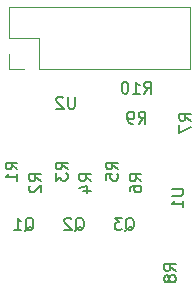
<source format=gbo>
G04 #@! TF.GenerationSoftware,KiCad,Pcbnew,(5.1.7)-1*
G04 #@! TF.CreationDate,2022-03-16T13:26:47+01:00*
G04 #@! TF.ProjectId,bluetooth-board,626c7565-746f-46f7-9468-2d626f617264,rev?*
G04 #@! TF.SameCoordinates,Original*
G04 #@! TF.FileFunction,Legend,Bot*
G04 #@! TF.FilePolarity,Positive*
%FSLAX46Y46*%
G04 Gerber Fmt 4.6, Leading zero omitted, Abs format (unit mm)*
G04 Created by KiCad (PCBNEW (5.1.7)-1) date 2022-03-16 13:26:47*
%MOMM*%
%LPD*%
G01*
G04 APERTURE LIST*
%ADD10C,0.120000*%
%ADD11C,0.150000*%
%ADD12C,2.000000*%
%ADD13O,1.700000X1.700000*%
G04 APERTURE END LIST*
D10*
X18770000Y-21080000D02*
X31530000Y-21080000D01*
X31530000Y-21080000D02*
X31530000Y-15880000D01*
X31530000Y-15880000D02*
X16170000Y-15880000D01*
X16170000Y-15880000D02*
X16170000Y-18480000D01*
X16170000Y-18480000D02*
X18770000Y-18480000D01*
X18770000Y-18480000D02*
X18770000Y-21080000D01*
X17500000Y-21080000D02*
X16170000Y-21080000D01*
X16170000Y-21080000D02*
X16170000Y-19810000D01*
D11*
X29952380Y-31238095D02*
X30761904Y-31238095D01*
X30857142Y-31285714D01*
X30904761Y-31333333D01*
X30952380Y-31428571D01*
X30952380Y-31619047D01*
X30904761Y-31714285D01*
X30857142Y-31761904D01*
X30761904Y-31809523D01*
X29952380Y-31809523D01*
X30952380Y-32809523D02*
X30952380Y-32238095D01*
X30952380Y-32523809D02*
X29952380Y-32523809D01*
X30095238Y-32428571D01*
X30190476Y-32333333D01*
X30238095Y-32238095D01*
X21761904Y-23452380D02*
X21761904Y-24261904D01*
X21714285Y-24357142D01*
X21666666Y-24404761D01*
X21571428Y-24452380D01*
X21380952Y-24452380D01*
X21285714Y-24404761D01*
X21238095Y-24357142D01*
X21190476Y-24261904D01*
X21190476Y-23452380D01*
X20761904Y-23547619D02*
X20714285Y-23500000D01*
X20619047Y-23452380D01*
X20380952Y-23452380D01*
X20285714Y-23500000D01*
X20238095Y-23547619D01*
X20190476Y-23642857D01*
X20190476Y-23738095D01*
X20238095Y-23880952D01*
X20809523Y-24452380D01*
X20190476Y-24452380D01*
X27166666Y-25722380D02*
X27500000Y-25246190D01*
X27738095Y-25722380D02*
X27738095Y-24722380D01*
X27357142Y-24722380D01*
X27261904Y-24770000D01*
X27214285Y-24817619D01*
X27166666Y-24912857D01*
X27166666Y-25055714D01*
X27214285Y-25150952D01*
X27261904Y-25198571D01*
X27357142Y-25246190D01*
X27738095Y-25246190D01*
X26690476Y-25722380D02*
X26500000Y-25722380D01*
X26404761Y-25674761D01*
X26357142Y-25627142D01*
X26261904Y-25484285D01*
X26214285Y-25293809D01*
X26214285Y-24912857D01*
X26261904Y-24817619D01*
X26309523Y-24770000D01*
X26404761Y-24722380D01*
X26595238Y-24722380D01*
X26690476Y-24770000D01*
X26738095Y-24817619D01*
X26785714Y-24912857D01*
X26785714Y-25150952D01*
X26738095Y-25246190D01*
X26690476Y-25293809D01*
X26595238Y-25341428D01*
X26404761Y-25341428D01*
X26309523Y-25293809D01*
X26261904Y-25246190D01*
X26214285Y-25150952D01*
X30312380Y-38193333D02*
X29836190Y-37860000D01*
X30312380Y-37621904D02*
X29312380Y-37621904D01*
X29312380Y-38002857D01*
X29360000Y-38098095D01*
X29407619Y-38145714D01*
X29502857Y-38193333D01*
X29645714Y-38193333D01*
X29740952Y-38145714D01*
X29788571Y-38098095D01*
X29836190Y-38002857D01*
X29836190Y-37621904D01*
X29740952Y-38764761D02*
X29693333Y-38669523D01*
X29645714Y-38621904D01*
X29550476Y-38574285D01*
X29502857Y-38574285D01*
X29407619Y-38621904D01*
X29360000Y-38669523D01*
X29312380Y-38764761D01*
X29312380Y-38955238D01*
X29360000Y-39050476D01*
X29407619Y-39098095D01*
X29502857Y-39145714D01*
X29550476Y-39145714D01*
X29645714Y-39098095D01*
X29693333Y-39050476D01*
X29740952Y-38955238D01*
X29740952Y-38764761D01*
X29788571Y-38669523D01*
X29836190Y-38621904D01*
X29931428Y-38574285D01*
X30121904Y-38574285D01*
X30217142Y-38621904D01*
X30264761Y-38669523D01*
X30312380Y-38764761D01*
X30312380Y-38955238D01*
X30264761Y-39050476D01*
X30217142Y-39098095D01*
X30121904Y-39145714D01*
X29931428Y-39145714D01*
X29836190Y-39098095D01*
X29788571Y-39050476D01*
X29740952Y-38955238D01*
X31592380Y-25473333D02*
X31116190Y-25140000D01*
X31592380Y-24901904D02*
X30592380Y-24901904D01*
X30592380Y-25282857D01*
X30640000Y-25378095D01*
X30687619Y-25425714D01*
X30782857Y-25473333D01*
X30925714Y-25473333D01*
X31020952Y-25425714D01*
X31068571Y-25378095D01*
X31116190Y-25282857D01*
X31116190Y-24901904D01*
X30592380Y-25806666D02*
X30592380Y-26473333D01*
X31592380Y-26044761D01*
X27642857Y-23182380D02*
X27976190Y-22706190D01*
X28214285Y-23182380D02*
X28214285Y-22182380D01*
X27833333Y-22182380D01*
X27738095Y-22230000D01*
X27690476Y-22277619D01*
X27642857Y-22372857D01*
X27642857Y-22515714D01*
X27690476Y-22610952D01*
X27738095Y-22658571D01*
X27833333Y-22706190D01*
X28214285Y-22706190D01*
X26690476Y-23182380D02*
X27261904Y-23182380D01*
X26976190Y-23182380D02*
X26976190Y-22182380D01*
X27071428Y-22325238D01*
X27166666Y-22420476D01*
X27261904Y-22468095D01*
X26071428Y-22182380D02*
X25976190Y-22182380D01*
X25880952Y-22230000D01*
X25833333Y-22277619D01*
X25785714Y-22372857D01*
X25738095Y-22563333D01*
X25738095Y-22801428D01*
X25785714Y-22991904D01*
X25833333Y-23087142D01*
X25880952Y-23134761D01*
X25976190Y-23182380D01*
X26071428Y-23182380D01*
X26166666Y-23134761D01*
X26214285Y-23087142D01*
X26261904Y-22991904D01*
X26309523Y-22801428D01*
X26309523Y-22563333D01*
X26261904Y-22372857D01*
X26214285Y-22277619D01*
X26166666Y-22230000D01*
X26071428Y-22182380D01*
X27402380Y-30583333D02*
X26926190Y-30250000D01*
X27402380Y-30011904D02*
X26402380Y-30011904D01*
X26402380Y-30392857D01*
X26450000Y-30488095D01*
X26497619Y-30535714D01*
X26592857Y-30583333D01*
X26735714Y-30583333D01*
X26830952Y-30535714D01*
X26878571Y-30488095D01*
X26926190Y-30392857D01*
X26926190Y-30011904D01*
X26402380Y-31440476D02*
X26402380Y-31250000D01*
X26450000Y-31154761D01*
X26497619Y-31107142D01*
X26640476Y-31011904D01*
X26830952Y-30964285D01*
X27211904Y-30964285D01*
X27307142Y-31011904D01*
X27354761Y-31059523D01*
X27402380Y-31154761D01*
X27402380Y-31345238D01*
X27354761Y-31440476D01*
X27307142Y-31488095D01*
X27211904Y-31535714D01*
X26973809Y-31535714D01*
X26878571Y-31488095D01*
X26830952Y-31440476D01*
X26783333Y-31345238D01*
X26783333Y-31154761D01*
X26830952Y-31059523D01*
X26878571Y-31011904D01*
X26973809Y-30964285D01*
X25402380Y-29583333D02*
X24926190Y-29250000D01*
X25402380Y-29011904D02*
X24402380Y-29011904D01*
X24402380Y-29392857D01*
X24450000Y-29488095D01*
X24497619Y-29535714D01*
X24592857Y-29583333D01*
X24735714Y-29583333D01*
X24830952Y-29535714D01*
X24878571Y-29488095D01*
X24926190Y-29392857D01*
X24926190Y-29011904D01*
X24402380Y-30488095D02*
X24402380Y-30011904D01*
X24878571Y-29964285D01*
X24830952Y-30011904D01*
X24783333Y-30107142D01*
X24783333Y-30345238D01*
X24830952Y-30440476D01*
X24878571Y-30488095D01*
X24973809Y-30535714D01*
X25211904Y-30535714D01*
X25307142Y-30488095D01*
X25354761Y-30440476D01*
X25402380Y-30345238D01*
X25402380Y-30107142D01*
X25354761Y-30011904D01*
X25307142Y-29964285D01*
X23152380Y-30583333D02*
X22676190Y-30250000D01*
X23152380Y-30011904D02*
X22152380Y-30011904D01*
X22152380Y-30392857D01*
X22200000Y-30488095D01*
X22247619Y-30535714D01*
X22342857Y-30583333D01*
X22485714Y-30583333D01*
X22580952Y-30535714D01*
X22628571Y-30488095D01*
X22676190Y-30392857D01*
X22676190Y-30011904D01*
X22485714Y-31440476D02*
X23152380Y-31440476D01*
X22104761Y-31202380D02*
X22819047Y-30964285D01*
X22819047Y-31583333D01*
X21152380Y-29583333D02*
X20676190Y-29250000D01*
X21152380Y-29011904D02*
X20152380Y-29011904D01*
X20152380Y-29392857D01*
X20200000Y-29488095D01*
X20247619Y-29535714D01*
X20342857Y-29583333D01*
X20485714Y-29583333D01*
X20580952Y-29535714D01*
X20628571Y-29488095D01*
X20676190Y-29392857D01*
X20676190Y-29011904D01*
X20152380Y-29916666D02*
X20152380Y-30535714D01*
X20533333Y-30202380D01*
X20533333Y-30345238D01*
X20580952Y-30440476D01*
X20628571Y-30488095D01*
X20723809Y-30535714D01*
X20961904Y-30535714D01*
X21057142Y-30488095D01*
X21104761Y-30440476D01*
X21152380Y-30345238D01*
X21152380Y-30059523D01*
X21104761Y-29964285D01*
X21057142Y-29916666D01*
X18902380Y-30583333D02*
X18426190Y-30250000D01*
X18902380Y-30011904D02*
X17902380Y-30011904D01*
X17902380Y-30392857D01*
X17950000Y-30488095D01*
X17997619Y-30535714D01*
X18092857Y-30583333D01*
X18235714Y-30583333D01*
X18330952Y-30535714D01*
X18378571Y-30488095D01*
X18426190Y-30392857D01*
X18426190Y-30011904D01*
X17997619Y-30964285D02*
X17950000Y-31011904D01*
X17902380Y-31107142D01*
X17902380Y-31345238D01*
X17950000Y-31440476D01*
X17997619Y-31488095D01*
X18092857Y-31535714D01*
X18188095Y-31535714D01*
X18330952Y-31488095D01*
X18902380Y-30916666D01*
X18902380Y-31535714D01*
X16902380Y-29583333D02*
X16426190Y-29250000D01*
X16902380Y-29011904D02*
X15902380Y-29011904D01*
X15902380Y-29392857D01*
X15950000Y-29488095D01*
X15997619Y-29535714D01*
X16092857Y-29583333D01*
X16235714Y-29583333D01*
X16330952Y-29535714D01*
X16378571Y-29488095D01*
X16426190Y-29392857D01*
X16426190Y-29011904D01*
X16902380Y-30535714D02*
X16902380Y-29964285D01*
X16902380Y-30250000D02*
X15902380Y-30250000D01*
X16045238Y-30154761D01*
X16140476Y-30059523D01*
X16188095Y-29964285D01*
X26045238Y-34797619D02*
X26140476Y-34750000D01*
X26235714Y-34654761D01*
X26378571Y-34511904D01*
X26473809Y-34464285D01*
X26569047Y-34464285D01*
X26521428Y-34702380D02*
X26616666Y-34654761D01*
X26711904Y-34559523D01*
X26759523Y-34369047D01*
X26759523Y-34035714D01*
X26711904Y-33845238D01*
X26616666Y-33750000D01*
X26521428Y-33702380D01*
X26330952Y-33702380D01*
X26235714Y-33750000D01*
X26140476Y-33845238D01*
X26092857Y-34035714D01*
X26092857Y-34369047D01*
X26140476Y-34559523D01*
X26235714Y-34654761D01*
X26330952Y-34702380D01*
X26521428Y-34702380D01*
X25759523Y-33702380D02*
X25140476Y-33702380D01*
X25473809Y-34083333D01*
X25330952Y-34083333D01*
X25235714Y-34130952D01*
X25188095Y-34178571D01*
X25140476Y-34273809D01*
X25140476Y-34511904D01*
X25188095Y-34607142D01*
X25235714Y-34654761D01*
X25330952Y-34702380D01*
X25616666Y-34702380D01*
X25711904Y-34654761D01*
X25759523Y-34607142D01*
X21795238Y-34797619D02*
X21890476Y-34750000D01*
X21985714Y-34654761D01*
X22128571Y-34511904D01*
X22223809Y-34464285D01*
X22319047Y-34464285D01*
X22271428Y-34702380D02*
X22366666Y-34654761D01*
X22461904Y-34559523D01*
X22509523Y-34369047D01*
X22509523Y-34035714D01*
X22461904Y-33845238D01*
X22366666Y-33750000D01*
X22271428Y-33702380D01*
X22080952Y-33702380D01*
X21985714Y-33750000D01*
X21890476Y-33845238D01*
X21842857Y-34035714D01*
X21842857Y-34369047D01*
X21890476Y-34559523D01*
X21985714Y-34654761D01*
X22080952Y-34702380D01*
X22271428Y-34702380D01*
X21461904Y-33797619D02*
X21414285Y-33750000D01*
X21319047Y-33702380D01*
X21080952Y-33702380D01*
X20985714Y-33750000D01*
X20938095Y-33797619D01*
X20890476Y-33892857D01*
X20890476Y-33988095D01*
X20938095Y-34130952D01*
X21509523Y-34702380D01*
X20890476Y-34702380D01*
X17545238Y-34797619D02*
X17640476Y-34750000D01*
X17735714Y-34654761D01*
X17878571Y-34511904D01*
X17973809Y-34464285D01*
X18069047Y-34464285D01*
X18021428Y-34702380D02*
X18116666Y-34654761D01*
X18211904Y-34559523D01*
X18259523Y-34369047D01*
X18259523Y-34035714D01*
X18211904Y-33845238D01*
X18116666Y-33750000D01*
X18021428Y-33702380D01*
X17830952Y-33702380D01*
X17735714Y-33750000D01*
X17640476Y-33845238D01*
X17592857Y-34035714D01*
X17592857Y-34369047D01*
X17640476Y-34559523D01*
X17735714Y-34654761D01*
X17830952Y-34702380D01*
X18021428Y-34702380D01*
X16640476Y-34702380D02*
X17211904Y-34702380D01*
X16926190Y-34702380D02*
X16926190Y-33702380D01*
X17021428Y-33845238D01*
X17116666Y-33940476D01*
X17211904Y-33988095D01*
%LPC*%
D12*
X26100000Y-39310000D03*
X23100000Y-39310000D03*
X20100000Y-39310000D03*
X17100000Y-39310000D03*
D13*
X17500000Y-19750000D03*
X17500000Y-17210000D03*
X20040000Y-19750000D03*
X20040000Y-17210000D03*
X22580000Y-19750000D03*
X22580000Y-17210000D03*
X25120000Y-19750000D03*
X25120000Y-17210000D03*
X27660000Y-19750000D03*
X27660000Y-17210000D03*
X30200000Y-19750000D03*
X30200000Y-17210000D03*
M02*

</source>
